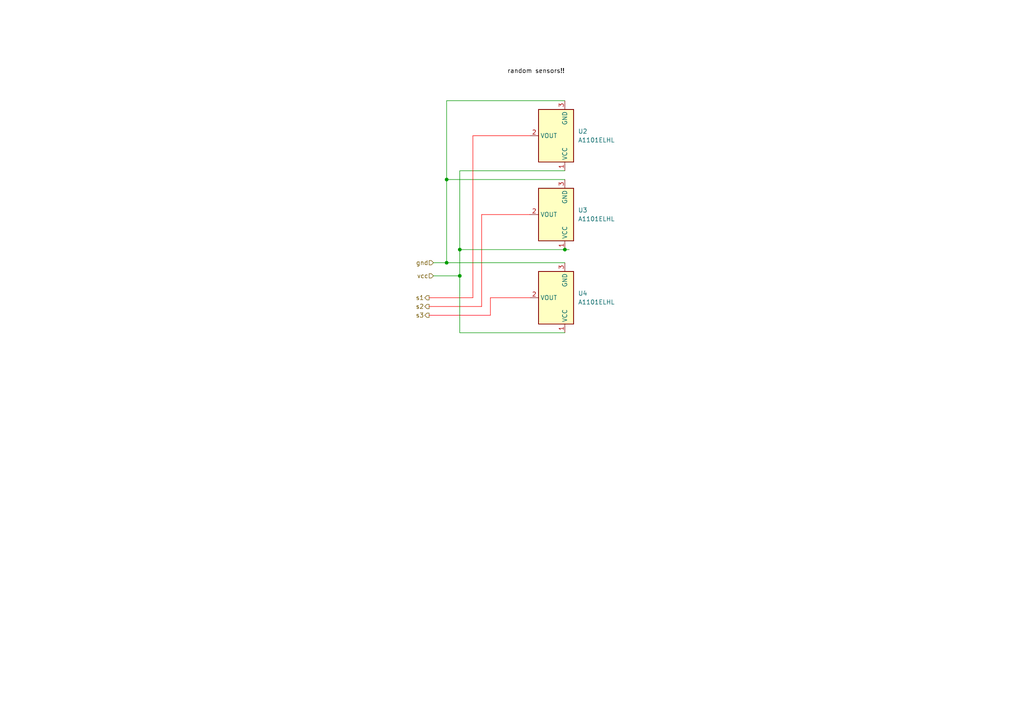
<source format=kicad_sch>
(kicad_sch (version 20231120) (generator "eeschema") (generator_version "8.0")
  (paper "A4")
  (lib_symbols
    (symbol "Sensor_Magnetic:A1101ELHL"
      (property "Reference" "U" (at 0 11.43 0))
      (property "Value" "A1101ELHL" (at 0 8.89 0))
      (symbol "A1101ELHL_0_1"
        (rectangle (start -5.08 7.62) (end 5.08 -7.62) (stroke (width 0.254)) (fill (type background)))
      )
      (symbol "A1101ELHL_1_1"
        (pin power_in line (at -2.54 10.16 270) (length 2.54) (name "VCC") (number "1"))
        (pin open_collector line (at 7.62 0 180) (length 2.54) (name "VOUT") (number "2"))
        (pin power_in line (at -2.54 -10.16 90) (length 2.54) (name "GND") (number "3"))
      )
    )
  )
  (junction (at 129.54 76.2))
  (junction (at 129.54 52.07))
  (junction (at 133.35 72.39))
  (junction (at 163.83 72.39))
  (junction (at 133.35 80.01))
  (wire (pts (xy 153.67 62.23) (xy 139.7 62.23)) (stroke (width 0) (color 255 0 0 1)))
  (wire (pts (xy 142.24 91.44) (xy 142.24 86.36)) (stroke (width 0) (color 255 0 0 1)))
  (wire (pts (xy 129.54 52.07) (xy 163.83 52.07)))
  (wire (pts (xy 163.83 76.2) (xy 129.54 76.2)))
  (wire (pts (xy 125.73 80.01) (xy 133.35 80.01)))
  (wire (pts (xy 142.24 86.36) (xy 153.67 86.36)) (stroke (width 0) (color 255 0 0 1)))
  (wire (pts (xy 163.83 96.52) (xy 133.35 96.52)))
  (wire (pts (xy 163.83 29.21) (xy 129.54 29.21)))
  (wire (pts (xy 125.73 76.2) (xy 129.54 76.2)))
  (wire (pts (xy 124.46 88.9) (xy 139.7 88.9)) (stroke (width 0) (color 255 0 0 1)))
  (wire (pts (xy 139.7 62.23) (xy 139.7 88.9)) (stroke (width 0) (color 255 0 0 1)))
  (wire (pts (xy 163.83 72.39) (xy 133.35 72.39)))
  (wire (pts (xy 137.16 86.36) (xy 124.46 86.36)) (stroke (width 0) (color 255 0 0 1)))
  (wire (pts (xy 124.46 91.44) (xy 142.24 91.44)) (stroke (width 0) (color 255 0 22 1)))
  (wire (pts (xy 133.35 72.39) (xy 133.35 80.01)))
  (wire (pts (xy 133.35 49.53) (xy 163.83 49.53)))
  (wire (pts (xy 153.67 39.37) (xy 137.16 39.37)) (stroke (width 0) (color 255 0 0 1)))
  (wire (pts (xy 133.35 80.01) (xy 133.35 96.52)))
  (wire (pts (xy 129.54 29.21) (xy 129.54 52.07)))
  (wire (pts (xy 137.16 39.37) (xy 137.16 86.36)) (stroke (width 0) (color 255 0 0 1)))
  (wire (pts (xy 133.35 49.53) (xy 133.35 72.39)))
  (wire (pts (xy 129.54 52.07) (xy 129.54 76.2)))
  (wire (pts (xy 165.1 72.39) (xy 163.83 72.39)))
  (label "random sensors!!" (at 163.83 21.59 180))
  (hierarchical_label "s3" (shape output) (at 124.46 91.44 180))
  (hierarchical_label "gnd" (shape input) (at 125.73 76.2 180))
  (hierarchical_label "s2" (shape output) (at 124.46 88.9 180))
  (hierarchical_label "s1" (shape output) (at 124.46 86.36 180))
  (hierarchical_label "vcc" (shape input) (at 125.73 80.01 180))
  (symbol (lib_id "Sensor_Magnetic:A1101ELHL") (at 161.29 86.36 180) (unit 1)
    (property "Reference" "U4" (at 167.64 85.0899 0) (effects (justify right)))
    (property "Value" "A1101ELHL" (at 167.64 87.6299 0) (effects (justify right)))
    (property "Footprint" "Package_TO_SOT_SMD:SOT-23W" (effects (hide yes)))
    (property "Datasheet" "https://www.allegromicro.com/-/media/files/datasheets/a110x-datasheet.ashx" (effects (hide yes)))
    (property "Description" "Hall effect switch, unipolar, Bop=100G, Brp=45G, -40C to +85C, SOT-23W" (effects (hide yes)))
  )
  (symbol (lib_id "Sensor_Magnetic:A1101ELHL") (at 161.29 62.23 180) (unit 1)
    (property "Reference" "U3" (at 167.64 60.9599 0) (effects (justify right)))
    (property "Value" "A1101ELHL" (at 167.64 63.4999 0) (effects (justify right)))
    (property "Footprint" "Package_TO_SOT_SMD:SOT-23W" (effects (hide yes)))
    (property "Datasheet" "https://www.allegromicro.com/-/media/files/datasheets/a110x-datasheet.ashx" (effects (hide yes)))
    (property "Description" "Hall effect switch, unipolar, Bop=100G, Brp=45G, -40C to +85C, SOT-23W" (effects (hide yes)))
  )
  (symbol (lib_id "Sensor_Magnetic:A1101ELHL") (at 161.29 39.37 180) (unit 1)
    (property "Reference" "U2" (at 167.64 38.0999 0) (effects (justify right)))
    (property "Value" "A1101ELHL" (at 167.64 40.6399 0) (effects (justify right)))
    (property "Footprint" "Package_TO_SOT_SMD:SOT-23W" (effects (hide yes)))
    (property "Datasheet" "https://www.allegromicro.com/-/media/files/datasheets/a110x-datasheet.ashx" (effects (hide yes)))
    (property "Description" "Hall effect switch, unipolar, Bop=100G, Brp=45G, -40C to +85C, SOT-23W" (effects (hide yes)))
  )
)
</source>
